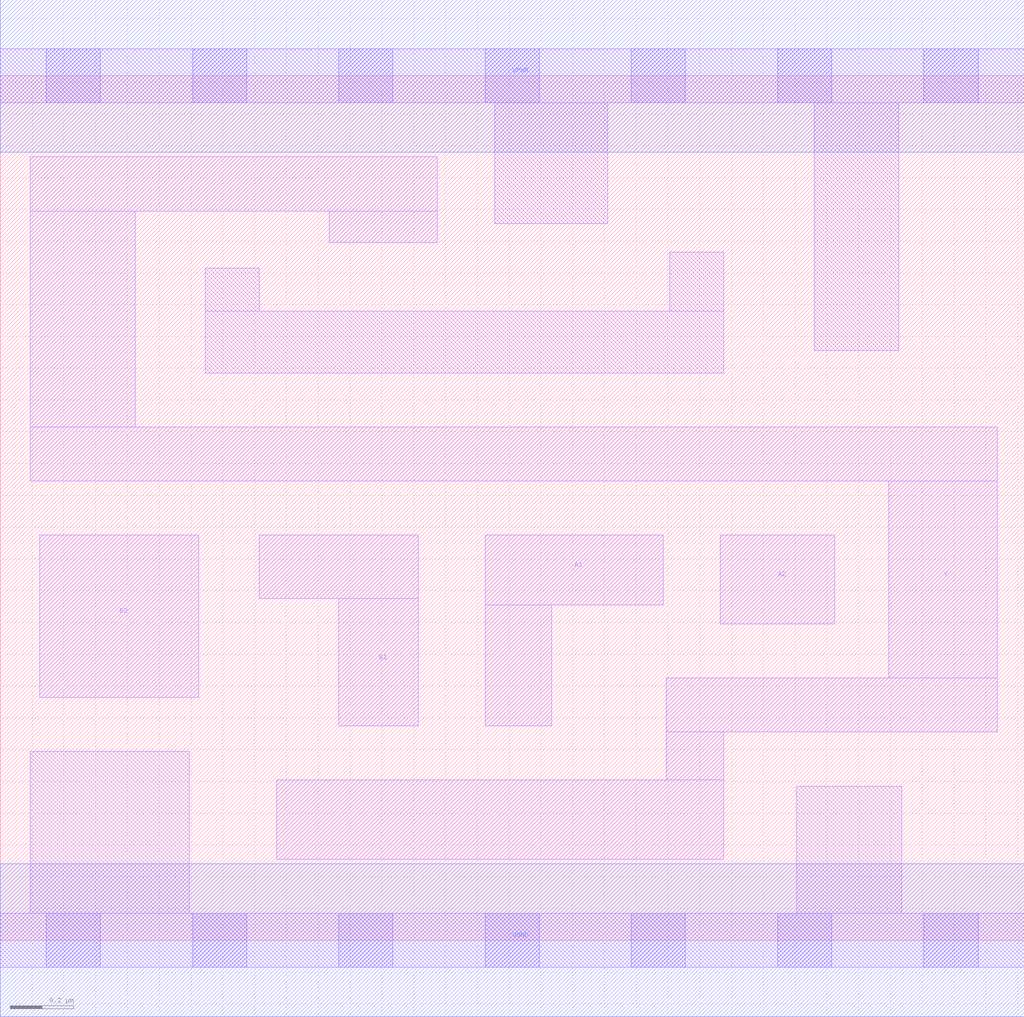
<source format=lef>
# Copyright 2020 The SkyWater PDK Authors
#
# Licensed under the Apache License, Version 2.0 (the "License");
# you may not use this file except in compliance with the License.
# You may obtain a copy of the License at
#
#     https://www.apache.org/licenses/LICENSE-2.0
#
# Unless required by applicable law or agreed to in writing, software
# distributed under the License is distributed on an "AS IS" BASIS,
# WITHOUT WARRANTIES OR CONDITIONS OF ANY KIND, either express or implied.
# See the License for the specific language governing permissions and
# limitations under the License.
#
# SPDX-License-Identifier: Apache-2.0

VERSION 5.7 ;
BUSBITCHARS "[]" ;
DIVIDERCHAR "/" ;
PROPERTYDEFINITIONS
  MACRO maskLayoutSubType STRING ;
  MACRO prCellType STRING ;
  MACRO originalViewName STRING ;
END PROPERTYDEFINITIONS
MACRO sky130_fd_sc_hdll__a22oi_1
  ORIGIN  0.000000  0.000000 ;
  CLASS CORE ;
  SYMMETRY X Y R90 ;
  SIZE  3.220000 BY  2.720000 ;
  SITE unithd ;
  PIN A1
    ANTENNAGATEAREA  0.277500 ;
    DIRECTION INPUT ;
    USE SIGNAL ;
    PORT
      LAYER li1 ;
        RECT 1.525000 0.675000 1.735000 1.055000 ;
        RECT 1.525000 1.055000 2.085000 1.275000 ;
    END
  END A1
  PIN A2
    ANTENNAGATEAREA  0.277500 ;
    DIRECTION INPUT ;
    USE SIGNAL ;
    PORT
      LAYER li1 ;
        RECT 2.265000 0.995000 2.625000 1.275000 ;
    END
  END A2
  PIN B1
    ANTENNAGATEAREA  0.277500 ;
    DIRECTION INPUT ;
    USE SIGNAL ;
    PORT
      LAYER li1 ;
        RECT 0.815000 1.075000 1.315000 1.275000 ;
        RECT 1.065000 0.675000 1.315000 1.075000 ;
    END
  END B1
  PIN B2
    ANTENNAGATEAREA  0.277500 ;
    DIRECTION INPUT ;
    USE SIGNAL ;
    PORT
      LAYER li1 ;
        RECT 0.125000 0.765000 0.625000 1.275000 ;
    END
  END B2
  PIN Y
    ANTENNADIFFAREA  0.917000 ;
    DIRECTION OUTPUT ;
    USE SIGNAL ;
    PORT
      LAYER li1 ;
        RECT 0.095000 1.445000 3.135000 1.615000 ;
        RECT 0.095000 1.615000 0.425000 2.295000 ;
        RECT 0.095000 2.295000 1.375000 2.465000 ;
        RECT 0.870000 0.255000 2.275000 0.505000 ;
        RECT 1.035000 2.195000 1.375000 2.295000 ;
        RECT 2.095000 0.505000 2.275000 0.655000 ;
        RECT 2.095000 0.655000 3.135000 0.825000 ;
        RECT 2.795000 0.825000 3.135000 1.445000 ;
    END
  END Y
  PIN VGND
    DIRECTION INOUT ;
    USE GROUND ;
    PORT
      LAYER met1 ;
        RECT 0.000000 -0.240000 3.220000 0.240000 ;
    END
  END VGND
  PIN VPWR
    DIRECTION INOUT ;
    USE POWER ;
    PORT
      LAYER met1 ;
        RECT 0.000000 2.480000 3.220000 2.960000 ;
    END
  END VPWR
  OBS
    LAYER li1 ;
      RECT 0.000000 -0.085000 3.220000 0.085000 ;
      RECT 0.000000  2.635000 3.220000 2.805000 ;
      RECT 0.095000  0.085000 0.595000 0.595000 ;
      RECT 0.645000  1.785000 2.275000 1.980000 ;
      RECT 0.645000  1.980000 0.815000 2.115000 ;
      RECT 1.555000  2.255000 1.910000 2.635000 ;
      RECT 2.105000  1.980000 2.275000 2.165000 ;
      RECT 2.505000  0.085000 2.835000 0.485000 ;
      RECT 2.560000  1.855000 2.825000 2.635000 ;
    LAYER mcon ;
      RECT 0.145000 -0.085000 0.315000 0.085000 ;
      RECT 0.145000  2.635000 0.315000 2.805000 ;
      RECT 0.605000 -0.085000 0.775000 0.085000 ;
      RECT 0.605000  2.635000 0.775000 2.805000 ;
      RECT 1.065000 -0.085000 1.235000 0.085000 ;
      RECT 1.065000  2.635000 1.235000 2.805000 ;
      RECT 1.525000 -0.085000 1.695000 0.085000 ;
      RECT 1.525000  2.635000 1.695000 2.805000 ;
      RECT 1.985000 -0.085000 2.155000 0.085000 ;
      RECT 1.985000  2.635000 2.155000 2.805000 ;
      RECT 2.445000 -0.085000 2.615000 0.085000 ;
      RECT 2.445000  2.635000 2.615000 2.805000 ;
      RECT 2.905000 -0.085000 3.075000 0.085000 ;
      RECT 2.905000  2.635000 3.075000 2.805000 ;
  END
  PROPERTY maskLayoutSubType "abstract" ;
  PROPERTY prCellType "standard" ;
  PROPERTY originalViewName "layout" ;
END sky130_fd_sc_hdll__a22oi_1
END LIBRARY

</source>
